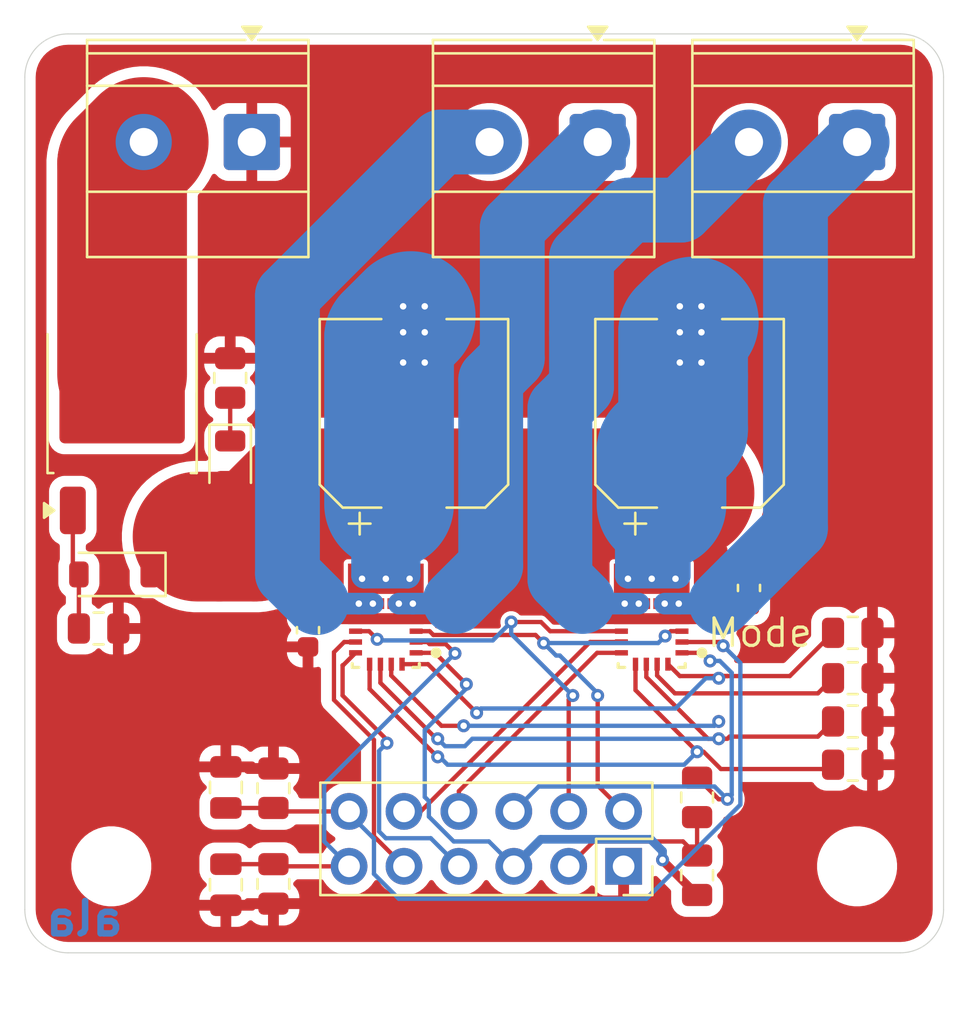
<source format=kicad_pcb>
(kicad_pcb (version 20241229) (generator "pcbnew") (generator_version "9.0")
  (layers (0 "F.Cu" signal) (2 "B.Cu" signal) (13 "F.Paste" user) (15 "B.Paste" user) (5 "F.SilkS" user "F.Silkscreen") (7 "B.SilkS" user "B.Silkscreen") (1 "F.Mask" user) (3 "B.Mask" user) (25 "Edge.Cuts" user))
  (net 0 "")
  (net 1 "GND")
  (net 2 "VM")
  (net 3 "Net-(D1-A)")
  (net 4 "Net-(D2-K)")
  (net 5 "/Vin")
  (net 6 "OUT2")
  (net 7 "OUT1")
  (net 8 "IN2")
  (net 9 "DRVOFF")
  (net 10 "nSLEEP")
  (net 11 "IN1")
  (net 12 "Vcc")
  (net 13 "MODE")
  (net 14 "DIAG")
  (net 15 "ITRIP")
  (net 16 "SR")
  (net 17 "IN3")
  (net 18 "IN4")
  (net 19 "OUT4")
  (net 20 "OUT3")
  (net 21 "IPROPI0")
  (net 22 "IPROPI1")
  (net 23 "nFault1")
  (net 24 "nFault0")
  (footprint "Connector_PinSocket_2.54mm:PinSocket_2x06_P2.54mm_Vertical" (layer "F.Cu") (at 185.2 108.5 -90)
    (property "Reference" "J3" (hide yes))
    (property "Value" "Conn_02x06_Odd_Even")
    (fp_line (start -3.87 14.03) (end 1.33 14.03) (stroke (width 0.12)) (layer "F.SilkS"))
    (fp_line (start -1.27 1.27) (end 1.33 1.27) (stroke (width 0.12)) (layer "F.SilkS"))
    (fp_line (start 1.33 1.27) (end 1.33 14.03) (stroke (width 0.12)) (layer "F.SilkS"))
    (fp_line (start -3.87 -1.33) (end -3.87 14.03) (stroke (width 0.12)) (layer "F.SilkS"))
    (fp_line (start -3.87 -1.33) (end -1.27 -1.33) (stroke (width 0.12)) (layer "F.SilkS"))
    (fp_line (start -1.27 -1.33) (end -1.27 1.27) (stroke (width 0.12)) (layer "F.SilkS"))
    (fp_line (start 0 -1.33) (end 1.33 -1.33) (stroke (width 0.12)) (layer "F.SilkS"))
    (fp_line (start 1.33 -1.33) (end 1.33 0) (stroke (width 0.12)) (layer "F.SilkS"))
    (pad "1" thru_hole rect (at 0 0 270) (size 1.7 1.7) (drill 1) (layers "*.Cu" "*.Mask") (net 1 "GND"))
    (pad "2" thru_hole circle (at -2.54 0 270) (size 1.7 1.7) (drill 1) (layers "*.Cu" "*.Mask") (net 10 "nSLEEP"))
    (pad "3" thru_hole circle (at 0 2.54 270) (size 1.7 1.7) (drill 1) (layers "*.Cu" "*.Mask") (net 12 "Vcc"))
    (pad "4" thru_hole circle (at -2.54 2.54 270) (size 1.7 1.7) (drill 1) (layers "*.Cu" "*.Mask") (net 9 "DRVOFF"))
    (pad "5" thru_hole circle (at 0 5.08 270) (size 1.7 1.7) (drill 1) (layers "*.Cu" "*.Mask") (net 24 "nFault0"))
    (pad "6" thru_hole circle (at -2.54 5.08 270) (size 1.7 1.7) (drill 1) (layers "*.Cu" "*.Mask") (net 23 "nFault1"))
    (pad "7" thru_hole circle (at 0 7.62 270) (size 1.7 1.7) (drill 1) (layers "*.Cu" "*.Mask") (net 8 "IN2"))
    (pad "8" thru_hole circle (at -2.54 7.62 270) (size 1.7 1.7) (drill 1) (layers "*.Cu" "*.Mask") (net 18 "IN4"))
    (pad "9" thru_hole circle (at 0 10.16 270) (size 1.7 1.7) (drill 1) (layers "*.Cu" "*.Mask") (net 11 "IN1"))
    (pad "10" thru_hole circle (at -2.54 10.16 270) (size 1.7 1.7) (drill 1) (layers "*.Cu" "*.Mask") (net 17 "IN3"))
    (pad "11" thru_hole circle (at 0 12.7 270) (size 1.7 1.7) (drill 1) (layers "*.Cu" "*.Mask") (net 21 "IPROPI0"))
    (pad "12" thru_hole circle (at -2.54 12.7 270) (size 1.7 1.7) (drill 1) (layers "*.Cu" "*.Mask") (net 22 "IPROPI1"))
  )
  (footprint "TerminalBlock_Phoenix:TerminalBlock_Phoenix_MKDS-1,5-2_1x02_P5.00mm_Horizontal" (layer "F.Cu") (at 196 75 180)
    (property "Reference" "J4" (hide yes))
    (property "Value" "Motor_Output")
    (fp_line (start 7.62 -5.32) (end 7.62 4.72) (stroke (width 0.12)) (layer "F.SilkS"))
    (fp_line (start 0.3 4.72) (end 7.62 4.72) (stroke (width 0.12)) (layer "F.SilkS"))
    (fp_line (start -2.62 4.72) (end -0.3 4.72) (stroke (width 0.12)) (layer "F.SilkS"))
    (fp_line (start -2.62 4.1) (end 7.62 4.1) (stroke (width 0.12)) (layer "F.SilkS"))
    (fp_line (start -2.62 2.6) (end 7.62 2.6) (stroke (width 0.12)) (layer "F.SilkS"))
    (fp_line (start -2.62 -2.3) (end 7.62 -2.3) (stroke (width 0.12)) (layer "F.SilkS"))
    (fp_line (start -2.62 -5.32) (end 7.62 -5.32) (stroke (width 0.12)) (layer "F.SilkS"))
    (fp_line (start -2.62 -5.32) (end -2.62 4.72) (stroke (width 0.12)) (layer "F.SilkS"))
    (fp_poly (pts (xy 0 4.72) (xy 0.44 5.33) (xy -0.44 5.33)) (stroke (width 0.12)) (fill yes) (layer "F.SilkS"))
    (pad "1" thru_hole roundrect (at 0 0 180) (size 2.6 2.6) (drill 1.3) (layers "*.Cu" "*.Mask") (roundrect_rratio 0.096154) (net 19 "OUT4"))
    (pad "2" thru_hole circle (at 5 0 180) (size 2.6 2.6) (drill 1.3) (layers "*.Cu" "*.Mask") (net 20 "OUT3"))
  )
  (footprint "DRV8243:RXY0014A-MFG" (layer "F.Cu") (at 186.5 97 180)
    (property "Reference" "U2" (hide yes))
    (property "Value" "PDRV8243HRXYQ1")
    (fp_line (start 1.549999 -2.125) (end 1.549999 -2.3) (stroke (width 0.15)) (layer "F.SilkS"))
    (fp_line (start 1.25 -2.3) (end 1.549999 -2.3) (stroke (width 0.15)) (layer "F.SilkS"))
    (fp_line (start -1.549999 -2.125) (end -1.549999 -2.3) (stroke (width 0.15)) (layer "F.SilkS"))
    (fp_line (start -1.549999 -2.3) (end -1.25 -2.3) (stroke (width 0.15)) (layer "F.SilkS"))
    (fp_circle (center -2.324999 -1.625001) (end -2.199998 -1.625001) (stroke (width 0.25)) (fill no) (layer "F.SilkS"))
    (pad "1" smd rect (at -1.4 -1.625001 180) (size 0.599999 0.249999) (layers "F.Cu" "F.Paste") (net 23 "nFault1"))
    (pad "2" smd rect (at -1.4 -1.124999 180) (size 0.599999 0.249999) (layers "F.Cu" "F.Paste") (net 22 "IPROPI1"))
    (pad "3" smd rect (at -1.4 -0.625 180) (size 0.599999 0.249999) (layers "F.Cu" "F.Paste") (net 10 "nSLEEP"))
    (pad "4" smd rect (at 0 -0.05 180) (size 3.500001 0.499999) (layers "F.Cu") (net 2 "VM"))
    (pad "5" thru_hole circle (at -1.25 0.65 180) (size 0.5 0.5) (drill 0.3) (layers "*.Cu" "*.Mask") (net 19 "OUT4"))
    (pad "5" smd rect (at -0.9125 0.650001 180) (size 1.675 0.499999) (layers "F.Cu") (net 19 "OUT4"))
    (pad "5" thru_hole circle (at -0.6 0.65 180) (size 0.5 0.5) (drill 0.3) (layers "*.Cu" "*.Mask") (net 19 "OUT4"))
    (pad "6" thru_hole circle (at -1.1 1.8 180) (size 0.5 0.5) (drill 0.3) (layers "*.Cu" "*.Mask") (net 1 "GND"))
    (pad "6" smd rect (at 0 1.799999 180) (size 3.500001 1.4) (layers "F.Cu") (net 1 "GND"))
    (pad "6" thru_hole circle (at 0 1.8 180) (size 0.5 0.5) (drill 0.3) (layers "*.Cu" "*.Mask") (net 1 "GND"))
    (pad "6" thru_hole circle (at 1.1 1.8 180) (size 0.5 0.5) (drill 0.3) (layers "*.Cu" "*.Mask") (net 1 "GND"))
    (pad "7" thru_hole circle (at 0.6 0.65 180) (size 0.5 0.5) (drill 0.3) (layers "*.Cu" "*.Mask") (net 20 "OUT3"))
    (pad "7" smd rect (at 0.9125 0.650001 180) (size 1.675 0.499999) (layers "F.Cu") (net 20 "OUT3"))
    (pad "7" thru_hole circle (at 1.25 0.65 180) (size 0.5 0.5) (drill 0.3) (layers "*.Cu" "*.Mask") (net 20 "OUT3"))
    (pad "8" smd rect (at 1.4 -0.625 180) (size 0.599999 0.249999) (layers "F.Cu" "F.Paste") (net 9 "DRVOFF"))
    (pad "9" smd rect (at 1.4 -1.124999 180) (size 0.599999 0.249999) (layers "F.Cu" "F.Paste") (net 17 "IN3"))
    (pad "10" smd rect (at 1.4 -1.625001 180) (size 0.599999 0.249999) (layers "F.Cu" "F.Paste") (net 18 "IN4"))
    (pad "11" smd rect (at 0.750001 -2.150001 180) (size 0.249999 0.599999) (layers "F.Cu" "F.Paste") (net 14 "DIAG"))
    (pad "12" smd rect (at 0.25 -2.150001 180) (size 0.249999 0.599999) (layers "F.Cu" "F.Paste") (net 16 "SR"))
    (pad "13" smd rect (at -0.25 -2.150001 180) (size 0.249999 0.599999) (layers "F.Cu" "F.Paste") (net 15 "ITRIP"))
    (pad "14" smd rect (at -0.750001 -2.150001 180) (size 0.249999 0.599999) (layers "F.Cu" "F.Paste") (net 13 "MODE"))
  )
  (footprint "TerminalBlock_Phoenix:TerminalBlock_Phoenix_MKDS-1,5-2_1x02_P5.00mm_Horizontal" (layer "F.Cu") (at 184 75 180)
    (property "Reference" "J2" (hide yes))
    (property "Value" "Motor_Output")
    (fp_line (start 7.62 -5.32) (end 7.62 4.72) (stroke (width 0.12)) (layer "F.SilkS"))
    (fp_line (start 0.3 4.72) (end 7.62 4.72) (stroke (width 0.12)) (layer "F.SilkS"))
    (fp_line (start -2.62 4.72) (end -0.3 4.72) (stroke (width 0.12)) (layer "F.SilkS"))
    (fp_line (start -2.62 4.1) (end 7.62 4.1) (stroke (width 0.12)) (layer "F.SilkS"))
    (fp_line (start -2.62 2.6) (end 7.62 2.6) (stroke (width 0.12)) (layer "F.SilkS"))
    (fp_line (start -2.62 -2.3) (end 7.62 -2.3) (stroke (width 0.12)) (layer "F.SilkS"))
    (fp_line (start -2.62 -5.32) (end 7.62 -5.32) (stroke (width 0.12)) (layer "F.SilkS"))
    (fp_line (start -2.62 -5.32) (end -2.62 4.72) (stroke (width 0.12)) (layer "F.SilkS"))
    (fp_poly (pts (xy 0 4.72) (xy 0.44 5.33) (xy -0.44 5.33)) (stroke (width 0.12)) (fill yes) (layer "F.SilkS"))
    (pad "1" thru_hole roundrect (at 0 0 180) (size 2.6 2.6) (drill 1.3) (layers "*.Cu" "*.Mask") (roundrect_rratio 0.096154) (net 6 "OUT2"))
    (pad "2" thru_hole circle (at 5 0 180) (size 2.6 2.6) (drill 1.3) (layers "*.Cu" "*.Mask") (net 7 "OUT1"))
  )
  (footprint "Capacitor_SMD:CP_Elec_8x10.5" (layer "F.Cu") (at 188.25 87.55 90)
    (property "Reference" "C6" (hide yes))
    (property "Value" "220uF")
    (fp_line (start 4.36 -4.36) (end 4.36 -1.51) (stroke (width 0.12)) (layer "F.SilkS"))
    (fp_line (start -3.295563 -4.36) (end 4.36 -4.36) (stroke (width 0.12)) (layer "F.SilkS"))
    (fp_line (start -4.36 -3.295563) (end -3.295563 -4.36) (stroke (width 0.12)) (layer "F.SilkS"))
    (fp_line (start -4.36 -3.295563) (end -4.36 -1.51) (stroke (width 0.12)) (layer "F.SilkS"))
    (fp_line (start -5.1 -3.01) (end -5.1 -2.01) (stroke (width 0.12)) (layer "F.SilkS"))
    (fp_line (start -5.6 -2.51) (end -4.6 -2.51) (stroke (width 0.12)) (layer "F.SilkS"))
    (fp_line (start -4.36 3.295563) (end -4.36 1.51) (stroke (width 0.12)) (layer "F.SilkS"))
    (fp_line (start -4.36 3.295563) (end -3.295563 4.36) (stroke (width 0.12)) (layer "F.SilkS"))
    (fp_line (start 4.36 4.36) (end 4.36 1.51) (stroke (width 0.12)) (layer "F.SilkS"))
    (fp_line (start -3.295563 4.36) (end 4.36 4.36) (stroke (width 0.12)) (layer "F.SilkS"))
    (pad "1" smd roundrect (at -3.7 0 90) (size 4.4 2.5) (layers "F.Cu" "F.Mask" "F.Paste") (roundrect_rratio 0.1) (net 2 "VM"))
    (pad "2" smd roundrect (at 3.7 0 90) (size 4.4 2.5) (layers "F.Cu" "F.Mask" "F.Paste") (roundrect_rratio 0.1) (net 1 "GND"))
  )
  (footprint "Diode_SMD:D_SOD-123" (layer "F.Cu") (at 161.65 95 180)
    (property "Reference" "D1" (hide yes))
    (property "Value" "8-10")
    (fp_line (start -2.36 1) (end 1.65 1) (stroke (width 0.12)) (layer "F.SilkS"))
    (fp_line (start -2.36 -1) (end 1.65 -1) (stroke (width 0.12)) (layer "F.SilkS"))
    (fp_line (start -2.36 -1) (end -2.36 1) (stroke (width 0.12)) (layer "F.SilkS"))
    (pad "1" smd roundrect (at -1.65 0 180) (size 0.9 1.2) (layers "F.Cu" "F.Mask" "F.Paste") (net 2 "VM"))
    (pad "2" smd roundrect (at 1.65 0 180) (size 0.9 1.2) (layers "F.Cu" "F.Mask" "F.Paste") (net 3 "Net-(D1-A)"))
  )
  (footprint "LED_SMD:LED_0805_2012Metric" (layer "F.Cu") (at 167 89.7625 -90)
    (property "Reference" "D2" (hide yes))
    (property "Value" "LED")
    (fp_line (start -1.685 0.96) (end 1 0.96) (stroke (width 0.12)) (layer "F.SilkS"))
    (fp_line (start -1.685 -0.96) (end -1.685 0.96) (stroke (width 0.12)) (layer "F.SilkS"))
    (fp_line (start 1 -0.96) (end -1.685 -0.96) (stroke (width 0.12)) (layer "F.SilkS"))
    (pad "1" smd roundrect (at -0.9375 0 270) (size 0.975 1.4) (layers "F.Cu" "F.Mask" "F.Paste") (net 4 "Net-(D2-K)"))
    (pad "2" smd roundrect (at 0.9375 0 270) (size 0.975 1.4) (layers "F.Cu" "F.Mask" "F.Paste") (net 2 "VM"))
  )
  (footprint "MountingHole:MountingHole_3.2mm_M3" (layer "F.Cu") (at 196 108.5)
    (property "Reference" "H2" (hide yes))
    (property "Value" "MountingHole")
    (pad "" np_thru_hole circle (at 0 0) (size 3.2 3.2) (drill 3.2) (layers "*.Cu" "*.Mask"))
  )
  (footprint "Resistor_SMD:R_0805_2012Metric" (layer "F.Cu") (at 167 85.9125 -90)
    (property "Reference" "R8" (hide yes))
    (property "Value" "1.5k")
    (fp_line (start -0.227064 0.735) (end 0.227064 0.735) (stroke (width 0.12)) (layer "F.SilkS"))
    (fp_line (start -0.227064 -0.735) (end 0.227064 -0.735) (stroke (width 0.12)) (layer "F.SilkS"))
    (pad "1" smd roundrect (at -0.9125 0 270) (size 1.025 1.4) (layers "F.Cu" "F.Mask" "F.Paste") (roundrect_rratio 0.243902) (net 1 "GND"))
    (pad "2" smd roundrect (at 0.9125 0 270) (size 1.025 1.4) (layers "F.Cu" "F.Mask" "F.Paste") (roundrect_rratio 0.243902) (net 4 "Net-(D2-K)"))
  )
  (footprint "DRV8243:RXY0014A-MFG" (layer "F.Cu") (at 174.200001 97 180)
    (property "Reference" "U1" (hide yes))
    (property "Value" "PDRV8243HRXYQ1")
    (fp_line (start 1.549999 -2.125) (end 1.549999 -2.3) (stroke (width 0.15)) (layer "F.SilkS"))
    (fp_line (start 1.25 -2.3) (end 1.549999 -2.3) (stroke (width 0.15)) (layer "F.SilkS"))
    (fp_line (start -1.549999 -2.125) (end -1.549999 -2.3) (stroke (width 0.15)) (layer "F.SilkS"))
    (fp_line (start -1.549999 -2.3) (end -1.25 -2.3) (stroke (width 0.15)) (layer "F.SilkS"))
    (fp_circle (center -2.324999 -1.625001) (end -2.199998 -1.625001) (stroke (width 0.25)) (fill no) (layer "F.SilkS"))
    (pad "1" smd rect (at -1.4 -1.625001 180) (size 0.599999 0.249999) (layers "F.Cu" "F.Paste") (net 24 "nFault0"))
    (pad "2" smd rect (at -1.4 -1.124999 180) (size 0.599999 0.249999) (layers "F.Cu" "F.Paste") (net 21 "IPROPI0"))
    (pad "3" smd rect (at -1.4 -0.625 180) (size 0.599999 0.249999) (layers "F.Cu" "F.Paste") (net 10 "nSLEEP"))
    (pad "4" smd rect (at 0 -0.05 180) (size 3.500001 0.499999) (layers "F.Cu") (net 2 "VM"))
    (pad "5" thru_hole circle (at -1.25 0.65 180) (size 0.5 0.5) (drill 0.3) (layers "*.Cu" "*.Mask") (net 6 "OUT2"))
    (pad "5" smd rect (at -0.9125 0.650001 180) (size 1.675 0.499999) (layers "F.Cu") (net 6 "OUT2"))
    (pad "5" thru_hole circle (at -0.6 0.65 180) (size 0.5 0.5) (drill 0.3) (layers "*.Cu" "*.Mask") (net 6 "OUT2"))
    (pad "6" thru_hole circle (at -1.1 1.8 180) (size 0.5 0.5) (drill 0.3) (layers "*.Cu" "*.Mask") (net 1 "GND"))
    (pad "6" smd rect (at 0 1.799999 180) (size 3.500001 1.4) (layers "F.Cu") (net 1 "GND"))
    (pad "6" thru_hole circle (at 0 1.8 180) (size 0.5 0.5) (drill 0.3) (layers "*.Cu" "*.Mask") (net 1 "GND"))
    (pad "6" thru_hole circle (at 1.1 1.8 180) (size 0.5 0.5) (drill 0.3) (layers "*.Cu" "*.Mask") (net 1 "GND"))
    (pad "7" thru_hole circle (at 0.6 0.65 180) (size 0.5 0.5) (drill 0.3) (layers "*.Cu" "*.Mask") (net 7 "OUT1"))
    (pad "7" smd rect (at 0.9125 0.650001 180) (size 1.675 0.499999) (layers "F.Cu") (net 7 "OUT1"))
    (pad "7" thru_hole circle (at 1.25 0.65 180) (size 0.5 0.5) (drill 0.3) (layers "*.Cu" "*.Mask") (net 7 "OUT1"))
    (pad "8" smd rect (at 1.4 -0.625 180) (size 0.599999 0.249999) (layers "F.Cu" "F.Paste") (net 9 "DRVOFF"))
    (pad "9" smd rect (at 1.4 -1.124999 180) (size 0.599999 0.249999) (layers "F.Cu" "F.Paste") (net 11 "IN1"))
    (pad "10" smd rect (at 1.4 -1.625001 180) (size 0.599999 0.249999) (layers "F.Cu" "F.Paste") (net 8 "IN2"))
    (pad "11" smd rect (at 0.750001 -2.150001 180) (size 0.249999 0.599999) (layers "F.Cu" "F.Paste") (net 14 "DIAG"))
    (pad "12" smd rect (at 0.25 -2.150001 180) (size 0.249999 0.599999) (layers "F.Cu" "F.Paste") (net 16 "SR"))
    (pad "13" smd rect (at -0.25 -2.150001 180) (size 0.249999 0.599999) (layers "F.Cu" "F.Paste") (net 15 "ITRIP"))
    (pad "14" smd rect (at -0.750001 -2.150001 180) (size 0.249999 0.599999) (layers "F.Cu" "F.Paste") (net 13 "MODE"))
  )
  (footprint "DRV8243:TO-252-2(DPAK)" (layer "F.Cu") (at 162 87 90)
    (property "Reference" "Q1" (hide yes))
    (property "Value" "PMOS-AOD409")
    (fp_line (start 3.11 -3.45) (end -3.31 -3.45) (stroke (width 0.12)) (layer "F.SilkS"))
    (fp_line (start -3.31 -3.45) (end -3.31 -3.18) (stroke (width 0.12)) (layer "F.SilkS"))
    (fp_line (start 3.11 3.45) (end -3.31 3.45) (stroke (width 0.12)) (layer "F.SilkS"))
    (fp_line (start -3.31 3.45) (end -3.31 3.18) (stroke (width 0.12)) (layer "F.SilkS"))
    (fp_poly (pts (xy -5.04 -3.14) (xy -5.38 -3.61) (xy -4.7 -3.61)) (stroke (width 0.12)) (fill yes) (layer "F.SilkS"))
    (pad "1" smd roundrect (at 1.26 0 90) (size 6.4 5.8) (layers "F.Cu" "F.Mask") (roundrect_rratio 0.043103) (net 5 "/Vin"))
    (pad "2" smd roundrect (at -5.04 -2.28 90) (size 2.2 1.2) (layers "F.Cu" "F.Mask" "F.Paste") (roundrect_rratio 0.208333) (net 3 "Net-(D1-A)"))
    (pad "3" smd roundrect (at -5.04 2.28 90) (size 2.2 1.2) (layers "F.Cu" "F.Mask" "F.Paste") (roundrect_rratio 0.208333) (net 2 "VM"))
  )
  (footprint "MountingHole:MountingHole_3.2mm_M3" (layer "F.Cu") (at 161.5 108.5)
    (property "Reference" "H1" (hide yes))
    (property "Value" "MountingHole")
    (pad "" np_thru_hole circle (at 0 0) (size 3.2 3.2) (drill 3.2) (layers "*.Cu" "*.Mask"))
  )
  (footprint "Resistor_SMD:R_0805_2012Metric" (layer "F.Cu") (at 188.6 108.9125 -90)
    (property "Reference" "R7" (hide yes))
    (property "Value" "5k")
    (fp_line (start -0.227064 0.735) (end 0.227064 0.735) (stroke (width 0.12)) (layer "F.SilkS"))
    (fp_line (start -0.227064 -0.735) (end 0.227064 -0.735) (stroke (width 0.12)) (layer "F.SilkS"))
    (pad "1" smd roundrect (at -0.9125 0 270) (size 1.025 1.4) (layers "F.Cu" "F.Mask" "F.Paste") (roundrect_rratio 0.243902) (net 12 "Vcc"))
    (pad "2" smd roundrect (at 0.9125 0 270) (size 1.025 1.4) (layers "F.Cu" "F.Mask" "F.Paste") (roundrect_rratio 0.243902) (net 24 "nFault0"))
  )
  (footprint "Capacitor_SMD:C_0603_1608Metric" (layer "F.Cu") (at 170.6 97.575 -90)
    (property "Reference" "C2" (hide yes))
    (property "Value" "0.1uF")
    (fp_line (start -0.14058 0.51) (end 0.14058 0.51) (stroke (width 0.12)) (layer "F.SilkS"))
    (fp_line (start -0.14058 -0.51) (end 0.14058 -0.51) (stroke (width 0.12)) (layer "F.SilkS"))
    (pad "1" smd roundrect (at -0.775 0 270) (size 0.9 0.95) (layers "F.Cu" "F.Mask" "F.Paste") (net 2 "VM"))
    (pad "2" smd roundrect (at 0.775 0 270) (size 0.9 0.95) (layers "F.Cu" "F.Mask" "F.Paste") (net 1 "GND"))
  )
  (footprint "Capacitor_SMD:CP_Elec_8x10.5" (layer "F.Cu") (at 175.5 87.55 90)
    (property "Reference" "C1" (hide yes))
    (property "Value" "220uF")
    (fp_line (start 4.36 -4.36) (end 4.36 -1.51) (stroke (width 0.12)) (layer "F.SilkS"))
    (fp_line (start -3.295563 -4.36) (end 4.36 -4.36) (stroke (width 0.12)) (layer "F.SilkS"))
    (fp_line (start -4.36 -3.295563) (end -3.295563 -4.36) (stroke (width 0.12)) (layer "F.SilkS"))
    (fp_line (start -4.36 -3.295563) (end -4.36 -1.51) (stroke (width 0.12)) (layer "F.SilkS"))
    (fp_line (start -5.1 -3.01) (end -5.1 -2.01) (stroke (width 0.12)) (layer "F.SilkS"))
    (fp_line (start -5.6 -2.51) (end -4.6 -2.51) (stroke (width 0.12)) (layer "F.SilkS"))
    (fp_line (start -4.36 3.295563) (end -4.36 1.51) (stroke (width 0.12)) (layer "F.SilkS"))
    (fp_line (start -4.36 3.295563) (end -3.295563 4.36) (stroke (width 0.12)) (layer "F.SilkS"))
    (fp_line (start 4.36 4.36) (end 4.36 1.51) (stroke (width 0.12)) (layer "F.SilkS"))
    (fp_line (start -3.295563 4.36) (end 4.36 4.36) (stroke (width 0.12)) (layer "F.SilkS"))
    (pad "1" smd roundrect (at -3.7 0 90) (size 4.4 2.5) (layers "F.Cu" "F.Mask" "F.Paste") (roundrect_rratio 0.1) (net 2 "VM"))
    (pad "2" smd roundrect (at 3.7 0 90) (size 4.4 2.5) (layers "F.Cu" "F.Mask" "F.Paste") (roundrect_rratio 0.1) (net 1 "GND"))
  )
  (footprint "TerminalBlock_Phoenix:TerminalBlock_Phoenix_MKDS-1,5-2_1x02_P5.00mm_Horizontal" (layer "F.Cu") (at 168 75 180)
    (property "Reference" "J1" (hide yes))
    (property "Value" "Vin")
    (fp_line (start 7.62 -5.32) (end 7.62 4.72) (stroke (width 0.12)) (layer "F.SilkS"))
    (fp_line (start 0.3 4.72) (end 7.62 4.72) (stroke (width 0.12)) (layer "F.SilkS"))
    (fp_line (start -2.62 4.72) (end -0.3 4.72) (stroke (width 0.12)) (layer "F.SilkS"))
    (fp_line (start -2.62 4.1) (end 7.62 4.1) (stroke (width 0.12)) (layer "F.SilkS"))
    (fp_line (start -2.62 2.6) (end 7.62 2.6) (stroke (width 0.12)) (layer "F.SilkS"))
    (fp_line (start -2.62 -2.3) (end 7.62 -2.3) (stroke (width 0.12)) (layer "F.SilkS"))
    (fp_line (start -2.62 -5.32) (end 7.62 -5.32) (stroke (width 0.12)) (layer "F.SilkS"))
    (fp_line (start -2.62 -5.32) (end -2.62 4.72) (stroke (width 0.12)) (layer "F.SilkS"))
    (fp_poly (pts (xy 0 4.72) (xy 0.44 5.33) (xy -0.44 5.33)) (stroke (width 0.12)) (fill yes) (layer "F.SilkS"))
    (pad "1" thru_hole roundrect (at 0 0 180) (size 2.6 2.6) (drill 1.3) (layers "*.Cu" "*.Mask") (roundrect_rratio 0.096154) (net 1 "GND"))
    (pad "2" thru_hole circle (at 5 0 180) (size 2.6 2.6) (drill 1.3) (layers "*.Cu" "*.Mask") (net 5 "/Vin"))
  )
  (footprint "Resistor_SMD:R_0805_2012Metric" (layer "F.Cu") (at 169 104.8875 90)
    (property "Reference" "R10" (hide yes))
    (property "Value" "820")
    (fp_line (start -0.227064 -0.735) (end 0.227064 -0.735) (stroke (width 0.12)) (layer "F.SilkS"))
    (fp_line (start -0.227064 0.735) (end 0.227064 0.735) (stroke (width 0.12)) (layer "F.SilkS"))
    (pad "1" smd roundrect (at -0.9125 0 90) (size 1.025 1.4) (layers "F.Cu" "F.Mask" "F.Paste") (roundrect_rratio 0.243902) (net 22 "IPROPI1"))
    (pad "2" smd roundrect (at 0.9125 0 90) (size 1.025 1.4) (layers "F.Cu" "F.Mask" "F.Paste") (roundrect_rratio 0.243902) (net 1 "GND"))
  )
  (footprint "Resistor_SMD:R_0805_2012Metric" (layer "F.Cu") (at 188.6 105.3125 90)
    (property "Reference" "R9" (hide yes))
    (property "Value" "5k")
    (fp_line (start -0.227064 -0.735) (end 0.227064 -0.735) (stroke (width 0.12)) (layer "F.SilkS"))
    (fp_line (start -0.227064 0.735) (end 0.227064 0.735) (stroke (width 0.12)) (layer "F.SilkS"))
    (pad "1" smd roundrect (at -0.9125 0 90) (size 1.025 1.4) (layers "F.Cu" "F.Mask" "F.Paste") (roundrect_rratio 0.243902) (net 12 "Vcc"))
    (pad "2" smd roundrect (at 0.9125 0 90) (size 1.025 1.4) (layers "F.Cu" "F.Mask" "F.Paste") (roundrect_rratio 0.243902) (net 23 "nFault1"))
  )
  (footprint "Resistor_SMD:R_0805_2012Metric" (layer "F.Cu") (at 169 109.3125 -90)
    (property "Reference" "R2" (hide yes))
    (property "Value" "820")
    (fp_line (start -0.227064 0.735) (end 0.227064 0.735) (stroke (width 0.12)) (layer "F.SilkS"))
    (fp_line (start -0.227064 -0.735) (end 0.227064 -0.735) (stroke (width 0.12)) (layer "F.SilkS"))
    (pad "1" smd roundrect (at -0.9125 0 270) (size 1.025 1.4) (layers "F.Cu" "F.Mask" "F.Paste") (roundrect_rratio 0.243902) (net 21 "IPROPI0"))
    (pad "2" smd roundrect (at 0.9125 0 270) (size 1.025 1.4) (layers "F.Cu" "F.Mask" "F.Paste") (roundrect_rratio 0.243902) (net 1 "GND"))
  )
  (footprint "Resistor_SMD:R_0805_2012Metric" (layer "F.Cu") (at 195.8 99.8 180)
    (property "Reference" "R5" (hide yes))
    (property "Value" "0")
    (fp_line (start -0.227064 0.735) (end 0.227064 0.735) (stroke (width 0.12)) (layer "F.SilkS"))
    (fp_line (start -0.227064 -0.735) (end 0.227064 -0.735) (stroke (width 0.12)) (layer "F.SilkS"))
    (pad "1" smd roundrect (at -0.9125 0 180) (size 1.025 1.4) (layers "F.Cu" "F.Mask" "F.Paste") (roundrect_rratio 0.243902) (net 1 "GND"))
    (pad "2" smd roundrect (at 0.9125 0 180) (size 1.025 1.4) (layers "F.Cu" "F.Mask" "F.Paste") (roundrect_rratio 0.243902) (net 15 "ITRIP"))
  )
  (footprint "Resistor_SMD:R_0805_2012Metric" (layer "F.Cu") (at 195.8 103.8 180)
    (property "Reference" "R4" (hide yes))
    (property "Value" "0")
    (fp_line (start -0.227064 0.735) (end 0.227064 0.735) (stroke (width 0.12)) (layer "F.SilkS"))
    (fp_line (start -0.227064 -0.735) (end 0.227064 -0.735) (stroke (width 0.12)) (layer "F.SilkS"))
    (pad "1" smd roundrect (at -0.9125 0 180) (size 1.025 1.4) (layers "F.Cu" "F.Mask" "F.Paste") (roundrect_rratio 0.243902) (net 1 "GND"))
    (pad "2" smd roundrect (at 0.9125 0 180) (size 1.025 1.4) (layers "F.Cu" "F.Mask" "F.Paste") (roundrect_rratio 0.243902) (net 14 "DIAG"))
  )
  (footprint "Capacitor_SMD:C_0603_1608Metric" (layer "F.Cu") (at 191 95.625 90)
    (property "Reference" "C5" (hide yes))
    (property "Value" "0.1uF")
    (fp_line (start -0.14058 -0.51) (end 0.14058 -0.51) (stroke (width 0.12)) (layer "F.SilkS"))
    (fp_line (start -0.14058 0.51) (end 0.14058 0.51) (stroke (width 0.12)) (layer "F.SilkS"))
    (pad "1" smd roundrect (at -0.775 0 90) (size 0.9 0.95) (layers "F.Cu" "F.Mask" "F.Paste") (net 2 "VM"))
    (pad "2" smd roundrect (at 0.775 0 90) (size 0.9 0.95) (layers "F.Cu" "F.Mask" "F.Paste") (net 1 "GND"))
  )
  (footprint "Resistor_SMD:R_0805_2012Metric" (layer "F.Cu") (at 195.8 101.8 180)
    (property "Reference" "R6" (hide yes))
    (property "Value" "0")
    (fp_line (start -0.227064 0.735) (end 0.227064 0.735) (stroke (width 0.12)) (layer "F.SilkS"))
    (fp_line (start -0.227064 -0.735) (end 0.227064 -0.735) (stroke (width 0.12)) (layer "F.SilkS"))
    (pad "1" smd roundrect (at -0.9125 0 180) (size 1.025 1.4) (layers "F.Cu" "F.Mask" "F.Paste") (roundrect_rratio 0.243902) (net 1 "GND"))
    (pad "2" smd roundrect (at 0.9125 0 180) (size 1.025 1.4) (layers "F.Cu" "F.Mask" "F.Paste") (roundrect_rratio 0.243902) (net 16 "SR"))
  )
  (footprint "Resistor_SMD:R_0805_2012Metric" (layer "F.Cu") (at 160.9125 97.5 180)
    (property "Reference" "R1" (hide yes))
    (property "Value" "10k")
    (fp_line (start -0.227064 0.735) (end 0.227064 0.735) (stroke (width 0.12)) (layer "F.SilkS"))
    (fp_line (start -0.227064 -0.735) (end 0.227064 -0.735) (stroke (width 0.12)) (layer "F.SilkS"))
    (pad "1" smd roundrect (at -0.9125 0 180) (size 1.025 1.4) (layers "F.Cu" "F.Mask" "F.Paste") (roundrect_rratio 0.243902) (net 1 "GND"))
    (pad "2" smd roundrect (at 0.9125 0 180) (size 1.025 1.4) (layers "F.Cu" "F.Mask" "F.Paste") (roundrect_rratio 0.243902) (net 3 "Net-(D1-A)"))
  )
  (footprint "Capacitor_SMD:C_0805_2012Metric" (layer "F.Cu") (at 166.8 109.35 -90)
    (property "Reference" "C3" (hide yes))
    (property "Value" "DNP")
    (fp_line (start -0.261252 0.735) (end 0.261252 0.735) (stroke (width 0.12)) (layer "F.SilkS"))
    (fp_line (start -0.261252 -0.735) (end 0.261252 -0.735) (stroke (width 0.12)) (layer "F.SilkS"))
    (pad "1" smd roundrect (at -0.95 0 270) (size 1 1.45) (layers "F.Cu" "F.Mask" "F.Paste") (net 21 "IPROPI0"))
    (pad "2" smd roundrect (at 0.95 0 270) (size 1 1.45) (layers "F.Cu" "F.Mask" "F.Paste") (net 1 "GND"))
  )
  (footprint "Resistor_SMD:R_0805_2012Metric" (layer "F.Cu") (at 195.8 97.7 180)
    (property "Reference" "R3" (hide yes))
    (property "Value" "0")
    (property "Description" "Mode" (at 4.3 0 0) (layer "F.SilkS") (effects (font (size 1.27 1.27))))
    (fp_line (start -0.227064 0.735) (end 0.227064 0.735) (stroke (width 0.12)) (layer "F.SilkS"))
    (fp_line (start -0.227064 -0.735) (end 0.227064 -0.735) (stroke (width 0.12)) (layer "F.SilkS"))
    (pad "1" smd roundrect (at -0.9125 0 180) (size 1.025 1.4) (layers "F.Cu" "F.Mask" "F.Paste") (roundrect_rratio 0.243902) (net 1 "GND"))
    (pad "2" smd roundrect (at 0.9125 0 180) (size 1.025 1.4) (layers "F.Cu" "F.Mask" "F.Paste") (roundrect_rratio 0.243902) (net 13 "MODE"))
  )
  (footprint "Capacitor_SMD:C_0805_2012Metric" (layer "F.Cu") (at 166.8 104.85 90)
    (property "Reference" "C4" (hide yes))
    (property "Value" "DNP")
    (fp_line (start -0.261252 -0.735) (end 0.261252 -0.735) (stroke (width 0.12)) (layer "F.SilkS"))
    (fp_line (start -0.261252 0.735) (end 0.261252 0.735) (stroke (width 0.12)) (layer "F.SilkS"))
    (pad "1" smd roundrect (at -0.95 0 90) (size 1 1.45) (layers "F.Cu" "F.Mask" "F.Paste") (net 22 "IPROPI1"))
    (pad "2" smd roundrect (at 0.95 0 90) (size 1 1.45) (layers "F.Cu" "F.Mask" "F.Paste") (net 1 "GND"))
  )
  (gr_arc (start 157.5 72) (mid 158.085786 70.585786) (end 159.5 70) (stroke (width 0.05)) (layer "Edge.Cuts"))
  (gr_line (start 200 72) (end 200 110.5) (stroke (width 0.05)) (layer "Edge.Cuts"))
  (gr_arc (start 198 70) (mid 199.414214 70.585786) (end 200 72) (stroke (width 0.05)) (layer "Edge.Cuts"))
  (gr_line (start 198 112.5) (end 159.5 112.5) (stroke (width 0.05)) (layer "Edge.Cuts"))
  (gr_arc (start 200 110.5) (mid 199.414214 111.914214) (end 198 112.5) (stroke (width 0.05)) (layer "Edge.Cuts"))
  (gr_line (start 157.5 72) (end 157.5 110.5) (stroke (width 0.05)) (layer "Edge.Cuts"))
  (gr_line (start 159.5 70) (end 198 70) (stroke (width 0.05)) (layer "Edge.Cuts"))
  (gr_arc (start 159.5 112.5) (mid 158.085786 111.914214) (end 157.5 110.5) (stroke (width 0.05)) (layer "Edge.Cuts"))
  (gr_text "ala" (at 162.2 111.8 0) (layer "B.Cu") (effects (font (size 1.5 1.5) (thickness 0.3) (bold yes)) (justify left bottom mirror)))
  (via (at 175 85.2) (size 0.6) (drill 0.3) (layers "F.Cu" "B.Cu") (net 1))
  (via (at 188.8 83.8) (size 0.6) (drill 0.3) (layers "F.Cu" "B.Cu") (net 1))
  (via (at 187.8 83.8) (size 0.6) (drill 0.3) (layers "F.Cu" "B.Cu") (net 1))
  (via (at 187.8 85.2) (size 0.6) (drill 0.3) (layers "F.Cu" "B.Cu") (net 1))
  (via (at 188.8 82.6) (size 0.6) (drill 0.3) (layers "F.Cu" "B.Cu") (net 1))
  (via (at 175 82.6) (size 0.6) (drill 0.3) (layers "F.Cu" "B.Cu") (net 1))
  (via (at 175 83.8) (size 0.6) (drill 0.3) (layers "F.Cu" "B.Cu") (net 1))
  (via (at 187.8 82.6) (size 0.6) (drill 0.3) (layers "F.Cu" "B.Cu") (net 1))
  (via (at 188.8 85.2) (size 0.6) (drill 0.3) (layers "F.Cu" "B.Cu") (net 1))
  (via (at 176 82.6) (size 0.6) (drill 0.3) (layers "F.Cu" "B.Cu") (net 1))
  (via (at 176 85.2) (size 0.6) (drill 0.3) (layers "F.Cu" "B.Cu") (net 1))
  (via (at 176 83.8) (size 0.6) (drill 0.3) (layers "F.Cu" "B.Cu") (net 1))
  (segment (start 186.953 92.047) (end 185.4 93.6) (width 1.2) (layer "B.Cu") (net 1))
  (segment (start 187.952 88.271334) (end 186.953 89.270334) (width 6) (layer "B.Cu") (net 1))
  (segment (start 175.200001 93.800001) (end 175 93.6) (width 1.2) (layer "B.Cu") (net 1))
  (segment (start 187.952 85.85) (end 187.952 88.271334) (width 6) (layer "B.Cu") (net 1))
  (segment (start 186.953 89.270334) (end 186.953 91.749001) (width 6) (layer "B.Cu") (net 1))
  (segment (start 186.5 93.9) (end 186.6 93.8) (width 1.2) (layer "B.Cu") (net 1))
  (segment (start 174.35 84.05) (end 174.35 91.749001) (width 6) (layer "B.Cu") (net 1))
  (segment (start 173.200001 95.049) (end 175.2 95.049) (width 1.2) (layer "B.Cu") (net 1))
  (segment (start 185.4 95) (end 185.449 95.049) (width 1.2) (layer "B.Cu") (net 1))
  (segment (start 185.449 95.049) (end 185.4 95.049) (width 1.2) (layer "B.Cu") (net 1))
  (segment (start 188.45 83.3) (end 187.952 83.798) (width 6) (layer "B.Cu") (net 1))
  (segment (start 175.35 83.05) (end 174.35 84.05) (width 6) (layer "B.Cu") (net 1))
  (segment (start 187.5 94.1) (end 187.4 94) (width 1.2) (layer "B.Cu") (net 1))
  (segment (start 185.4 93.6) (end 185.4 95) (width 1.2) (layer "B.Cu") (net 1))
  (segment (start 187.697893 93.897893) (end 187.4 93.6) (width 1.2) (layer "B.Cu") (net 1))
  (segment (start 186.953 91.749001) (end 186.953 92.047) (width 1.2) (layer "B.Cu") (net 1))
  (segment (start 175.2 95.049) (end 175.2 93.2) (width 1.2) (layer "B.Cu") (net 1))
  (segment (start 187.697893 95.049) (end 187.697893 93.897893) (width 1.2) (layer "B.Cu") (net 1))
  (segment (start 187.952 83.798) (end 187.952 85.85) (width 6) (layer "B.Cu") (net 1))
  (segment (start 173.200001 93.199999) (end 173.4 93) (width 1.2) (layer "B.Cu") (net 1))
  (segment (start 185.4 95.049) (end 187.697893 95.049) (width 1.2) (layer "B.Cu") (net 1))
  (segment (start 173.200001 93.199999) (end 173.200001 95.049) (width 1.2) (layer "B.Cu") (net 1))
  (segment (start 184.15 91.25) (end 175.5 91.25) (width 6) (layer "F.Cu") (net 2))
  (segment (start 168.153366 93.25) (end 166.5 93.25) (width 6) (layer "F.Cu") (net 2))
  (segment (start 189.6 96.4) (end 189 97) (width 0.2) (layer "F.Cu") (net 2))
  (segment (start 170.6 96.8) (end 170.85 97.05) (width 0.2) (layer "F.Cu") (net 2))
  (segment (start 188.25 91.25) (end 184.15 91.25) (width 6) (layer "F.Cu") (net 2))
  (segment (start 188.8 91.8) (end 188.25 91.25) (width 0.6) (layer "F.Cu") (net 2))
  (segment (start 186.55 97) (end 186.5 97.05) (width 0.2) (layer "F.Cu") (net 2))
  (segment (start 191 96.4) (end 189.6 96.4) (width 0.2) (layer "F.Cu") (net 2))
  (segment (start 189 97) (end 186.55 97) (width 0.2) (layer "F.Cu") (net 2))
  (segment (start 170.153366 91.25) (end 168.153366 93.25) (width 6) (layer "F.Cu") (net 2))
  (segment (start 171.9 92.996634) (end 170.153366 91.25) (width 0.6) (layer "F.Cu") (net 2))
  (segment (start 166.5 93.25) (end 165.49 93.25) (width 6) (layer "F.Cu") (net 2))
  (segment (start 175.5 91.25) (end 170.153366 91.25) (width 6) (layer "F.Cu") (net 2))
  (segment (start 175.5 91.25) (end 175.5 92.05) (width 0.6) (layer "F.Cu") (net 2))
  (segment (start 175.5 92.05) (end 176.5 93.05) (width 0.6) (layer "F.Cu") (net 2))
  (segment (start 160 97.5) (end 160 95) (width 0.2) (layer "F.Cu") (net 3))
  (segment (start 159.72 94.72) (end 160 95) (width 0.2) (layer "F.Cu") (net 3))
  (segment (start 159.72 92.04) (end 159.72 94.72) (width 0.2) (layer "F.Cu") (net 3))
  (segment (start 167 88.825) (end 167 86.825) (width 0.2) (layer "F.Cu") (net 4))
  (segment (start 162 85.74) (end 162 76) (width 6) (layer "F.Cu") (net 5))
  (segment (start 162 76) (end 163 75) (width 6) (layer "F.Cu") (net 5))
  (segment (start 179.051 85.997218) (end 179.051 94.6) (width 3) (layer "B.Cu") (net 6))
  (segment (start 180.05 84.998218) (end 179.051 85.997218) (width 3) (layer "B.Cu") (net 6))
  (segment (start 180.05 78.95) (end 180.05 84.998218) (width 3) (layer "B.Cu") (net 6))
  (segment (start 184 75) (end 180.05 78.95) (width 3) (layer "B.Cu") (net 6))
  (segment (start 176.55 96.35) (end 176.6 96.4) (width 1) (layer "B.Cu") (net 6))
  (segment (start 174.800001 96.35) (end 175.450001 96.35) (width 1) (layer "B.Cu") (net 6))
  (segment (start 179.051 94.6) (end 177.401 96.25) (width 3) (layer "B.Cu") (net 6))
  (segment (start 175.450001 96.35) (end 176.55 96.35) (width 1) (layer "B.Cu") (net 6))
  (segment (start 169.649 82.102782) (end 169.649 94.949998) (width 3) (layer "B.Cu") (net 7))
  (segment (start 176.751782 75) (end 169.649 82.102782) (width 3) (layer "B.Cu") (net 7))
  (segment (start 169.649 94.949998) (end 170.999002 96.3) (width 3) (layer "B.Cu") (net 7))
  (segment (start 179 75) (end 176.751782 75) (width 3) (layer "B.Cu") (net 7))
  (segment (start 171.95 96.35) (end 171.8 96.2) (width 1) (layer "B.Cu") (net 7))
  (segment (start 172.950001 96.35) (end 171.95 96.35) (width 1) (layer "B.Cu") (net 7))
  (segment (start 173.600001 96.35) (end 172.950001 96.35) (width 1) (layer "B.Cu") (net 7))
  (segment (start 172.2 100.6) (end 174.251 102.651) (width 0.2) (layer "F.Cu") (net 8))
  (segment (start 172.2 99.2) (end 172.2 100.6) (width 0.2) (layer "F.Cu") (net 8))
  (segment (start 172.800001 98.625001) (end 172.225002 99.2) (width 0.2) (layer "F.Cu") (net 8))
  (segment (start 174.251 102.651) (end 174.251 102.8) (width 0.2) (layer "F.Cu") (net 8))
  (segment (start 172.225002 99.2) (end 172.2 99.2) (width 0.2) (layer "F.Cu") (net 8))
  (via (at 174.251 102.8) (size 0.6) (drill 0.3) (layers "F.Cu" "B.Cu") (net 8))
  (segment (start 174.251 102.8) (end 173.889 103.162) (width 0.2) (layer "B.Cu") (net 8))
  (segment (start 176.28 107.2) (end 177.58 108.5) (width 0.2) (layer "B.Cu") (net 8))
  (segment (start 174.2 107.2) (end 176.28 107.2) (width 0.2) (layer "B.Cu") (net 8))
  (segment (start 173.889 106.889) (end 174.2 107.2) (width 0.2) (layer "B.Cu") (net 8))
  (segment (start 173.889 103.162) (end 173.889 106.889) (width 0.2) (layer "B.Cu") (net 8))
  (segment (start 185.1 97.625) (end 181.801895 97.625) (width 0.2) (layer "F.Cu") (net 9))
  (segment (start 173.425 97.625) (end 173.8 98) (width 0.2) (layer "F.Cu") (net 9))
  (segment (start 172.800001 97.625) (end 173.425 97.625) (width 0.2) (layer "F.Cu") (net 9))
  (segment (start 182.66 105.96) (end 182.66 100.788528) (width 0.2) (layer "F.Cu") (net 9))
  (segment (start 181.801895 97.625) (end 181.376895 97.2) (width 0.2) (layer "F.Cu") (net 9))
  (segment (start 182.66 100.788528) (end 182.848528 100.6) (width 0.2) (layer "F.Cu") (net 9))
  (segment (start 181.376895 97.2) (end 180 97.2) (width 0.2) (layer "F.Cu") (net 9))
  (via (at 180 97.2) (size 0.6) (drill 0.3) (layers "F.Cu" "B.Cu") (net 9))
  (via (at 182.848528 100.6) (size 0.6) (drill 0.3) (layers "F.Cu" "B.Cu") (net 9))
  (via (at 173.8 98) (size 0.6) (drill 0.3) (layers "F.Cu" "B.Cu") (net 9))
  (segment (start 180 97.751472) (end 180 97.2) (width 0.2) (layer "B.Cu") (net 9))
  (segment (start 182.848528 100.6) (end 180 97.751472) (width 0.2) (layer "B.Cu") (net 9))
  (segment (start 173.851 98.051) (end 179.149 98.051) (width 0.2) (layer "B.Cu") (net 9))
  (segment (start 179.149 98.051) (end 180 97.2) (width 0.2) (layer "B.Cu") (net 9))
  (segment (start 173.8 98) (end 173.851 98.051) (width 0.2) (layer "B.Cu") (net 9))
  (segment (start 176.225 97.625) (end 175.600001 97.625) (width 0.2) (layer "F.Cu") (net 10))
  (segment (start 176.4 97.8) (end 176.225 97.625) (width 0.2) (layer "F.Cu") (net 10))
  (segment (start 184 104.76) (end 185.2 105.96) (width 0.2) (layer "F.Cu") (net 10))
  (segment (start 181.5 98.173048) (end 181.126952 97.8) (width 0.2) (layer "F.Cu") (net 10))
  (segment (start 184 100.6) (end 184 104.76) (width 0.2) (layer "F.Cu") (net 10))
  (segment (start 181.126952 97.8) (end 176.4 97.8) (width 0.2) (layer "F.Cu") (net 10))
  (segment (start 187.9 97.625) (end 187.375 97.625) (width 0.2) (layer "F.Cu") (net 10))
  (segment (start 187.375 97.625) (end 187.2 97.8) (width 0.2) (layer "F.Cu") (net 10))
  (via (at 184 100.6) (size 0.6) (drill 0.3) (layers "F.Cu" "B.Cu") (net 10))
  (via (at 181.5 98.173048) (size 0.6) (drill 0.3) (layers "F.Cu" "B.Cu") (net 10))
  (via (at 187.12303 97.85) (size 0.6) (drill 0.3) (layers "F.Cu" "B.Cu") (net 10))
  (segment (start 186.799982 98.173048) (end 187.12303 97.85) (width 0.2) (layer "B.Cu") (net 10))
  (segment (start 182.250558 98.750558) (end 182.07751 98.750558) (width 0.2) (layer "B.Cu") (net 10))
  (segment (start 184 100.5) (end 182.250558 98.750558) (width 0.2) (layer "B.Cu") (net 10))
  (segment (start 181.5 98.173048) (end 186.799982 98.173048) (width 0.2) (layer "B.Cu") (net 10))
  (segment (start 184 100.6) (end 184 100.5) (width 0.2) (layer "B.Cu") (net 10))
  (segment (start 182.07751 98.750558) (end 181.5 98.173048) (width 0.2) (layer "B.Cu") (net 10))
  (segment (start 171.8 100.8) (end 171.8 98.598004) (width 0.2) (layer "F.Cu") (net 11))
  (segment (start 171.8 98.598004) (end 172.273005 98.124999) (width 0.2) (layer "F.Cu") (net 11))
  (segment (start 173.651 102.651) (end 171.8 100.8) (width 0.2) (layer "F.Cu") (net 11))
  (segment (start 172.273005 98.124999) (end 172.800001 98.124999) (width 0.2) (layer "F.Cu") (net 11))
  (segment (start 175.04 108.5) (end 173.651 107.111) (width 0.2) (layer "F.Cu") (net 11))
  (segment (start 173.651 107.111) (end 173.651 102.651) (width 0.2) (layer "F.Cu") (net 11))
  (segment (start 182.66 108.5) (end 183.811 107.349) (width 0.2) (layer "F.Cu") (net 12))
  (segment (start 188.6 108) (end 188.6 106.225) (width 0.2) (layer "F.Cu") (net 12))
  (segment (start 183.811 107.349) (end 187.949 107.349) (width 0.2) (layer "F.Cu") (net 12))
  (segment (start 187.949 107.349) (end 188.6 108) (width 0.2) (layer "F.Cu") (net 12))
  (segment (start 174.950002 99.150001) (end 176.150001 99.150001) (width 0.2) (layer "F.Cu") (net 13))
  (segment (start 194.8875 97.7) (end 192.8875 99.7) (width 0.2) (layer "F.Cu") (net 13))
  (segment (start 189.6 99.8) (end 189.7 99.7) (width 0.2) (layer "F.Cu") (net 13))
  (segment (start 190 99.7) (end 187.8 99.7) (width 0.2) (layer "F.Cu") (net 13))
  (segment (start 176.150001 99.150001) (end 178.4 101.4) (width 0.2) (layer "F.Cu") (net 13))
  (segment (start 187.8 99.7) (end 187.250001 99.150001) (width 0.2) (layer "F.Cu") (net 13))
  (segment (start 189.7 99.7) (end 190 99.7) (width 0.2) (layer "F.Cu") (net 13))
  (segment (start 192.8875 99.7) (end 190 99.7) (width 0.2) (layer "F.Cu") (net 13))
  (via (at 189.6 99.8) (size 0.6) (drill 0.3) (layers "F.Cu" "B.Cu") (net 13))
  (via (at 178.4 101.4) (size 0.6) (drill 0.3) (layers "F.Cu" "B.Cu") (net 13))
  (segment (start 187.6 101.2) (end 189 99.8) (width 0.2) (layer "B.Cu") (net 13))
  (segment (start 178.4 101.4) (end 178.6 101.2) (width 0.2) (layer "B.Cu") (net 13))
  (segment (start 189 99.8) (end 189.6 99.8) (width 0.2) (layer "B.Cu") (net 13))
  (segment (start 178.6 101.2) (end 187.6 101.2) (width 0.2) (layer "B.Cu") (net 13))
  (segment (start 176.585645 103.435588) (end 173.45 100.299943) (width 0.2) (layer "F.Cu") (net 14))
  (segment (start 173.45 100.299943) (end 173.45 99.150001) (width 0.2) (layer "F.Cu") (net 14))
  (segment (start 194.6875 104) (end 189.69866 104) (width 0.2) (layer "F.Cu") (net 14))
  (segment (start 188.6 103.2) (end 185.749999 100.349999) (width 0.2) (layer "F.Cu") (net 14))
  (segment (start 189.69866 104) (end 188.89866 103.2) (width 0.2) (layer "F.Cu") (net 14))
  (segment (start 188.89866 103.2) (end 188.6 103.2) (width 0.2) (layer "F.Cu") (net 14))
  (segment (start 176.6 103.435588) (end 176.585645 103.435588) (width 0.2) (layer "F.Cu") (net 14))
  (segment (start 185.749999 100.349999) (end 185.749999 99.150001) (width 0.2) (layer "F.Cu") (net 14))
  (segment (start 194.8875 103.8) (end 194.6875 104) (width 0.2) (layer "F.Cu") (net 14))
  (via (at 176.6 103.435588) (size 0.6) (drill 0.3) (layers "F.Cu" "B.Cu") (net 14))
  (via (at 188.6 103.2) (size 0.6) (drill 0.3) (layers "F.Cu" "B.Cu") (net 14))
  (segment (start 177.055011 103.8) (end 188 103.8) (width 0.2) (layer "B.Cu") (net 14))
  (segment (start 176.964552 103.709541) (end 176.690599 103.435588) (width 0.2) (layer "B.Cu") (net 14))
  (segment (start 176.690599 103.435588) (end 176.6 103.435588) (width 0.2) (layer "B.Cu") (net 14))
  (segment (start 176.964552 103.709541) (end 177.055011 103.8) (width 0.2) (layer "B.Cu") (net 14))
  (segment (start 188 103.8) (end 188.6 103.2) (width 0.2) (layer "B.Cu") (net 14))
  (segment (start 176.773003 102) (end 177.8 102) (width 0.2) (layer "F.Cu") (net 15))
  (segment (start 174.450001 99.150001) (end 174.450001 99.676998) (width 0.2) (layer "F.Cu") (net 15))
  (segment (start 187.573002 100.5) (end 186.75 99.676998) (width 0.2) (layer "F.Cu") (net 15))
  (segment (start 186.75 99.676998) (end 186.75 99.150001) (width 0.2) (layer "F.Cu") (net 15))
  (segment (start 194.1875 100.5) (end 187.573002 100.5) (width 0.2) (layer "F.Cu") (net 15))
  (segment (start 194.8875 99.8) (end 194.1875 100.5) (width 0.2) (layer "F.Cu") (net 15))
  (segment (start 174.450001 99.676998) (end 176.773003 102) (width 0.2) (layer "F.Cu") (net 15))
  (via (at 177.8 102) (size 0.6) (drill 0.3) (layers "F.Cu" "B.Cu") (net 15))
  (via (at 189.6 101.8) (size 0.6) (drill 0.3) (layers "F.Cu" "B.Cu") (net 15))
  (segment (start 177.8 102) (end 189.4 102) (width 0.2) (layer "B.Cu") (net 15))
  (segment (start 189.4 102) (end 189.6 101.8) (width 0.2) (layer "B.Cu") (net 15))
  (segment (start 194.8875 101.8) (end 194.1875 102.5) (width 0.2) (layer "F.Cu") (net 16))
  (segment (start 186.25 99.744098) (end 186.25 99.150001) (width 0.2) (layer "F.Cu") (net 16))
  (segment (start 194.1875 102.5) (end 190.1 102.5) (width 0.2) (layer "F.Cu") (net 16))
  (segment (start 190.1 102.5) (end 190 102.6) (width 0.2) (layer "F.Cu") (net 16))
  (segment (start 190 102.6) (end 189.105902 102.6) (width 0.2) (layer "F.Cu") (net 16))
  (segment (start 176.6 102.6) (end 176.536501 102.6) (width 0.2) (layer "F.Cu") (net 16))
  (segment (start 176.536501 102.6) (end 173.950001 100.0135) (width 0.2) (layer "F.Cu") (net 16))
  (segment (start 173.950001 100.0135) (end 173.950001 99.150001) (width 0.2) (layer "F.Cu") (net 16))
  (segment (start 189.105902 102.6) (end 186.25 99.744098) (width 0.2) (layer "F.Cu") (net 16))
  (via (at 176.6 102.6) (size 0.6) (drill 0.3) (layers "F.Cu" "B.Cu") (net 16))
  (via (at 189.6 102.6) (size 0.6) (drill 0.3) (layers "F.Cu" "B.Cu") (net 16))
  (segment (start 178.2 102.6) (end 189.6 102.6) (width 0.2) (layer "B.Cu") (net 16))
  (segment (start 177.856014 102.943986) (end 178.2 102.6) (width 0.2) (layer "B.Cu") (net 16))
  (segment (start 176.943986 102.943986) (end 177.856014 102.943986) (width 0.2) (layer "B.Cu") (net 16))
  (segment (start 176.6 102.6) (end 176.943986 102.943986) (width 0.2) (layer "B.Cu") (net 16))
  (segment (start 175.813549 105.96) (end 183.64855 98.124999) (width 0.2) (layer "F.Cu") (net 17))
  (segment (start 175.04 105.96) (end 175.813549 105.96) (width 0.2) (layer "F.Cu") (net 17))
  (segment (start 183.64855 98.124999) (end 185.1 98.124999) (width 0.2) (layer "F.Cu") (net 17))
  (segment (start 183.974999 98.625001) (end 177.58 105.02) (width 0.2) (layer "F.Cu") (net 18))
  (segment (start 177.58 105.02) (end 177.58 105.96) (width 0.2) (layer "F.Cu") (net 18))
  (segment (start 185.1 98.625001) (end 183.974999 98.625001) (width 0.2) (layer "F.Cu") (net 18))
  (segment (start 187.1 96.35) (end 187.75 96.35) (width 1) (layer "B.Cu") (net 19))
  (segment (start 193.15 77.85) (end 193.15 92.850999) (width 3) (layer "B.Cu") (net 19))
  (segment (start 193.15 92.850999) (end 189.700999 96.3) (width 3) (layer "B.Cu") (net 19))
  (segment (start 188.95 96.35) (end 189 96.4) (width 1) (layer "B.Cu") (net 19))
  (segment (start 196 75) (end 193.15 77.85) (width 3) (layer "B.Cu") (net 19))
  (segment (start 187.75 96.35) (end 188.95 96.35) (width 1) (layer "B.Cu") (net 19))
  (segment (start 182.252 92.15) (end 182.252 95.202) (width 3) (layer "B.Cu") (net 20))
  (segment (start 183.251 86.324116) (end 182.252 87.323116) (width 3) (layer "B.Cu") (net 20))
  (segment (start 183.251 80.349) (end 183.251 83.85) (width 3) (layer "B.Cu") (net 20))
  (segment (start 182.252 95.202) (end 183.3 96.25) (width 3) (layer "B.Cu") (net 20))
  (segment (start 185.25 96.35) (end 184.35 96.35) (width 1) (layer "B.Cu") (net 20))
  (segment (start 184.35 96.35) (end 184.2 96.2) (width 1) (layer "B.Cu") (net 20))
  (segment (start 187.85 78.15) (end 185.45 78.15) (width 3) (layer "B.Cu") (net 20))
  (segment (start 185.9 96.35) (end 185.25 96.35) (width 1) (layer "B.Cu") (net 20))
  (segment (start 182.252 87.323116) (end 182.252 92.15) (width 3) (layer "B.Cu") (net 20))
  (segment (start 185.45 78.15) (end 183.251 80.349) (width 3) (layer "B.Cu") (net 20))
  (segment (start 183.251 83.85) (end 183.251 86.324116) (width 3) (layer "B.Cu") (net 20))
  (segment (start 191 75) (end 187.85 78.15) (width 3) (layer "B.Cu") (net 20))
  (segment (start 176.126997 98.124999) (end 176.225999 98.224001) (width 0.2) (layer "F.Cu") (net 21))
  (segment (start 169 108.4) (end 166.8 108.4) (width 0.2) (layer "F.Cu") (net 21))
  (segment (start 175.600001 98.124999) (end 176.126997 98.124999) (width 0.2) (layer "F.Cu") (net 21))
  (segment (start 176.973001 98.224001) (end 177.4 98.651) (width 0.2) (layer "F.Cu") (net 21))
  (segment (start 169.1 108.5) (end 169 108.4) (width 0.2) (layer "F.Cu") (net 21))
  (segment (start 172.5 108.5) (end 169.1 108.5) (width 0.2) (layer "F.Cu") (net 21))
  (segment (start 176.225999 98.224001) (end 176.973001 98.224001) (width 0.2) (layer "F.Cu") (net 21))
  (via (at 177.4 98.651) (size 0.6) (drill 0.3) (layers "F.Cu" "B.Cu") (net 21))
  (segment (start 171.349 104.702) (end 171.349 107.349) (width 0.2) (layer "B.Cu") (net 21))
  (segment (start 177.4 98.651) (end 171.349 104.702) (width 0.2) (layer "B.Cu") (net 21))
  (segment (start 171.349 107.349) (end 172.5 108.5) (width 0.2) (layer "B.Cu") (net 21))
  (segment (start 169.16 105.96) (end 169 105.8) (width 0.2) (layer "F.Cu") (net 22))
  (segment (start 187.9 98.124999) (end 189.632777 98.124999) (width 0.2) (layer "F.Cu") (net 22))
  (segment (start 172.5 105.96) (end 169.16 105.96) (width 0.2) (layer "F.Cu") (net 22))
  (segment (start 169 105.8) (end 166.8 105.8) (width 0.2) (layer "F.Cu") (net 22))
  (segment (start 189.632777 98.124999) (end 189.805069 98.297291) (width 0.2) (layer "F.Cu") (net 22))
  (via (at 189.805069 98.297291) (size 0.6) (drill 0.3) (layers "F.Cu" "B.Cu") (net 22))
  (segment (start 174.8 110) (end 173.651 108.851) (width 0.2) (layer "B.Cu") (net 22))
  (segment (start 186.249943 110) (end 174.8 110) (width 0.2) (layer "B.Cu") (net 22))
  (segment (start 189.805069 98.297291) (end 190.601 99.093222) (width 0.2) (layer "B.Cu") (net 22))
  (segment (start 190.601 105.648943) (end 186.249943 110) (width 0.2) (layer "B.Cu") (net 22))
  (segment (start 173.651 108.851) (end 173.651 107.2181) (width 0.2) (layer "B.Cu") (net 22))
  (segment (start 172.5 106.0671) (end 172.5 105.96) (width 0.2) (layer "B.Cu") (net 22))
  (segment (start 173.651 107.2181) (end 172.5 106.0671) (width 0.2) (layer "B.Cu") (net 22))
  (segment (start 190.601 99.093222) (end 190.601 105.648943) (width 0.2) (layer "B.Cu") (net 22))
  (segment (start 189.6 105.4) (end 188.6 104.4) (width 0.2) (layer "F.Cu") (net 23))
  (segment (start 188.825001 98.625001) (end 189.2 99) (width 0.2) (layer "F.Cu") (net 23))
  (segment (start 187.9 98.625001) (end 188.825001 98.625001) (width 0.2) (layer "F.Cu") (net 23))
  (segment (start 190 105.4) (end 189.6 105.4) (width 0.2) (layer "F.Cu") (net 23))
  (via (at 189.2 99) (size 0.6) (drill 0.3) (layers "F.Cu" "B.Cu") (net 23))
  (via (at 190 105.4) (size 0.6) (drill 0.3) (layers "F.Cu" "B.Cu") (net 23))
  (segment (start 180.12 105.96) (end 181.271 104.809) (width 0.2) (layer "B.Cu") (net 23))
  (segment (start 189.409 104.809) (end 190 105.4) (width 0.2) (layer "B.Cu") (net 23))
  (segment (start 189.649943 99) (end 190.201 99.551057) (width 0.2) (layer "B.Cu") (net 23))
  (segment (start 190.201 105.199) (end 190 105.4) (width 0.2) (layer "B.Cu") (net 23))
  (segment (start 189.2 99) (end 189.649943 99) (width 0.2) (layer "B.Cu") (net 23))
  (segment (start 181.271 104.809) (end 189.409 104.809) (width 0.2) (layer "B.Cu") (net 23))
  (segment (start 190.201 99.551057) (end 190.201 105.199) (width 0.2) (layer "B.Cu") (net 23))
  (segment (start 187 108.2) (end 187 108.225) (width 0.4) (layer "F.Cu") (net 24))
  (segment (start 176.473531 98.625001) (end 175.600001 98.625001) (width 0.2) (layer "F.Cu") (net 24))
  (segment (start 177.924265 100.075735) (end 176.473531 98.625001) (width 0.2) (layer "F.Cu") (net 24))
  (segment (start 187 108.225) (end 188.6 109.825) (width 0.4) (layer "F.Cu") (net 24))
  (via (at 187 108.2) (size 0.6) (drill 0.3) (layers "F.Cu" "B.Cu") (net 24))
  (via (at 177.924265 100.075735) (size 0.6) (drill 0.3) (layers "F.Cu" "B.Cu") (net 24))
  (segment (start 177.34124 107.349) (end 178.969 107.349) (width 0.2) (layer "B.Cu") (net 24))
  (segment (start 176.191 105.48324) (end 176.191 106.19876) (width 0.2) (layer "B.Cu") (net 24))
  (segment (start 176 105.29224) (end 176.191 105.48324) (width 0.2) (layer "B.Cu") (net 24))
  (segment (start 180.12 108.5) (end 181.371 107.249) (width 0.4) (layer "B.Cu") (net 24))
  (segment (start 176.191 106.19876) (end 177.34124 107.349) (width 0.2) (layer "B.Cu") (net 24))
  (segment (start 176 102.2) (end 176 105.29224) (width 0.2) (layer "B.Cu") (net 24))
  (segment (start 186.451 107.249) (end 187 107.798) (width 0.4) (layer "B.Cu") (net 24))
  (segment (start 177.924265 100.075735) (end 177.924265 100.275735) (width 0.2) (layer "B.Cu") (net 24))
  (segment (start 177.924265 100.275735) (end 176 102.2) (width 0.2) (layer "B.Cu") (net 24))
  (segment (start 181.371 107.249) (end 186.451 107.249) (width 0.4) (layer "B.Cu") (net 24))
  (segment (start 178.969 107.349) (end 180.12 108.5) (width 0.2) (layer "B.Cu") (net 24))
  (segment (start 187 107.798) (end 187 108.2) (width 0.4) (layer "B.Cu") (net 24))
  (zone (net 1) (net_name "GND") (layer "F.Cu") (connect_pads (clearance 0.5)) (min_thickness 0.25) (fill yes (thermal_gap 0.5) (thermal_bridge_width 0.5))
    (polygon (pts (xy 160 112.6) (xy 158.2 112.2) (xy 157.6 111) (xy 157.4 110) (xy 157.4 72) (xy 159.4 69.8) (xy 198 69.8) (xy 199.4 70.6) (xy 200.2 72) (xy 200.2 110) (xy 199.6 112) (xy 198 112.6)))
  )
  (zone (net 2) (net_name "VM") (layer "F.Cu") (priority 1) (connect_pads (clearance 0.2)) (min_thickness 0.25) (fill yes (thermal_gap 0.5) (thermal_bridge_width 0.5))
    (polygon (pts (xy 169.5 97.5) (xy 169.5 93) (xy 190 93) (xy 190 97.5)))
  )
)
</source>
